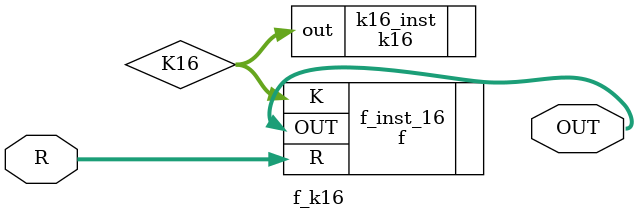
<source format=v>
/**
 * Round function del round 16: funzione f(R, K)
 *
 * Utilizza R15 del round precedente e K16
 * per calcolare il valore (facendo lo XOR con L15) di R16.
*/

module f_k16(
    input [32:1] R,
    output [32:1] OUT
);

    wire [48:1] K16;
    k16 k16_inst(
        .out(K16[48:1])
    );

    f f_inst_16(
        .R(R[32:1]),
        .K(K16[48:1]),
        .OUT(OUT[32:1])
    );
endmodule

</source>
